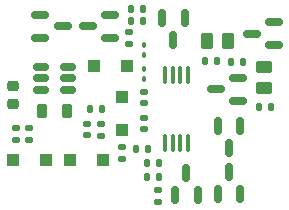
<source format=gtp>
%TF.GenerationSoftware,KiCad,Pcbnew,6.0.4-6f826c9f35~116~ubuntu20.04.1*%
%TF.CreationDate,2022-03-30T22:07:09-04:00*%
%TF.ProjectId,v0.1_TACS_board,76302e31-5f54-4414-9353-5f626f617264,rev?*%
%TF.SameCoordinates,Original*%
%TF.FileFunction,Paste,Top*%
%TF.FilePolarity,Positive*%
%FSLAX46Y46*%
G04 Gerber Fmt 4.6, Leading zero omitted, Abs format (unit mm)*
G04 Created by KiCad (PCBNEW 6.0.4-6f826c9f35~116~ubuntu20.04.1) date 2022-03-30 22:07:09*
%MOMM*%
%LPD*%
G01*
G04 APERTURE LIST*
G04 Aperture macros list*
%AMRoundRect*
0 Rectangle with rounded corners*
0 $1 Rounding radius*
0 $2 $3 $4 $5 $6 $7 $8 $9 X,Y pos of 4 corners*
0 Add a 4 corners polygon primitive as box body*
4,1,4,$2,$3,$4,$5,$6,$7,$8,$9,$2,$3,0*
0 Add four circle primitives for the rounded corners*
1,1,$1+$1,$2,$3*
1,1,$1+$1,$4,$5*
1,1,$1+$1,$6,$7*
1,1,$1+$1,$8,$9*
0 Add four rect primitives between the rounded corners*
20,1,$1+$1,$2,$3,$4,$5,0*
20,1,$1+$1,$4,$5,$6,$7,0*
20,1,$1+$1,$6,$7,$8,$9,0*
20,1,$1+$1,$8,$9,$2,$3,0*%
G04 Aperture macros list end*
%ADD10RoundRect,0.150000X0.587500X0.150000X-0.587500X0.150000X-0.587500X-0.150000X0.587500X-0.150000X0*%
%ADD11RoundRect,0.090000X-0.090000X0.139000X-0.090000X-0.139000X0.090000X-0.139000X0.090000X0.139000X0*%
%ADD12RoundRect,0.090000X0.090000X-0.139000X0.090000X0.139000X-0.090000X0.139000X-0.090000X-0.139000X0*%
%ADD13RoundRect,0.250000X0.262500X0.450000X-0.262500X0.450000X-0.262500X-0.450000X0.262500X-0.450000X0*%
%ADD14RoundRect,0.135000X-0.135000X-0.185000X0.135000X-0.185000X0.135000X0.185000X-0.135000X0.185000X0*%
%ADD15RoundRect,0.135000X-0.185000X0.135000X-0.185000X-0.135000X0.185000X-0.135000X0.185000X0.135000X0*%
%ADD16R,1.100000X1.100000*%
%ADD17RoundRect,0.150000X0.150000X-0.587500X0.150000X0.587500X-0.150000X0.587500X-0.150000X-0.587500X0*%
%ADD18RoundRect,0.218750X-0.218750X-0.381250X0.218750X-0.381250X0.218750X0.381250X-0.218750X0.381250X0*%
%ADD19RoundRect,0.140000X-0.170000X0.140000X-0.170000X-0.140000X0.170000X-0.140000X0.170000X0.140000X0*%
%ADD20RoundRect,0.250000X-0.450000X0.262500X-0.450000X-0.262500X0.450000X-0.262500X0.450000X0.262500X0*%
%ADD21RoundRect,0.140000X-0.140000X-0.170000X0.140000X-0.170000X0.140000X0.170000X-0.140000X0.170000X0*%
%ADD22RoundRect,0.150000X-0.587500X-0.150000X0.587500X-0.150000X0.587500X0.150000X-0.587500X0.150000X0*%
%ADD23RoundRect,0.135000X0.135000X0.185000X-0.135000X0.185000X-0.135000X-0.185000X0.135000X-0.185000X0*%
%ADD24RoundRect,0.135000X0.185000X-0.135000X0.185000X0.135000X-0.185000X0.135000X-0.185000X-0.135000X0*%
%ADD25RoundRect,0.100000X0.100000X-0.637500X0.100000X0.637500X-0.100000X0.637500X-0.100000X-0.637500X0*%
%ADD26RoundRect,0.150000X-0.150000X0.587500X-0.150000X-0.587500X0.150000X-0.587500X0.150000X0.587500X0*%
%ADD27RoundRect,0.225000X-0.250000X0.225000X-0.250000X-0.225000X0.250000X-0.225000X0.250000X0.225000X0*%
%ADD28RoundRect,0.150000X0.512500X0.150000X-0.512500X0.150000X-0.512500X-0.150000X0.512500X-0.150000X0*%
G04 APERTURE END LIST*
D10*
%TO.C,Q8*%
X67425000Y-37000000D03*
X69300000Y-36050000D03*
X69300000Y-37950000D03*
%TD*%
D11*
%TO.C,R16*%
X72200000Y-40567500D03*
X72200000Y-41432500D03*
%TD*%
D12*
%TO.C,R15*%
X72200000Y-39432500D03*
X72200000Y-38567500D03*
%TD*%
D13*
%TO.C,R12*%
X79312500Y-38200000D03*
X77487500Y-38200000D03*
%TD*%
D14*
%TO.C,R7*%
X81890000Y-43800000D03*
X82910000Y-43800000D03*
%TD*%
%TO.C,R3*%
X72440000Y-48537500D03*
X73460000Y-48537500D03*
%TD*%
D15*
%TO.C,R10*%
X73350000Y-50827500D03*
X73350000Y-51847500D03*
%TD*%
D16*
%TO.C,D3*%
X67900000Y-40350000D03*
X70700000Y-40350000D03*
%TD*%
D17*
%TO.C,Q7*%
X78400000Y-51225000D03*
X80300000Y-51225000D03*
X79350000Y-49350000D03*
%TD*%
D10*
%TO.C,Q2*%
X80087500Y-43287500D03*
X80087500Y-41387500D03*
X78212500Y-42337500D03*
%TD*%
D17*
%TO.C,Q3*%
X74800000Y-51275000D03*
X76700000Y-51275000D03*
X75750000Y-49400000D03*
%TD*%
D18*
%TO.C,L1*%
X65662500Y-44200000D03*
X63537500Y-44200000D03*
%TD*%
D16*
%TO.C,D1*%
X61100000Y-48350000D03*
X63900000Y-48350000D03*
%TD*%
D19*
%TO.C,C6*%
X72200000Y-45680000D03*
X72200000Y-44720000D03*
%TD*%
D20*
%TO.C,R5*%
X82350000Y-40425000D03*
X82350000Y-42250000D03*
%TD*%
D19*
%TO.C,C1*%
X61300000Y-45620000D03*
X61300000Y-46580000D03*
%TD*%
%TO.C,C3*%
X67300000Y-46230000D03*
X67300000Y-45270000D03*
%TD*%
%TO.C,C2*%
X62400000Y-46600000D03*
X62400000Y-45640000D03*
%TD*%
D21*
%TO.C,C4*%
X67620000Y-43950000D03*
X68580000Y-43950000D03*
%TD*%
D10*
%TO.C,Q1*%
X83137500Y-38550000D03*
X83137500Y-36650000D03*
X81262500Y-37600000D03*
%TD*%
D22*
%TO.C,Q6*%
X63387500Y-36050000D03*
X63387500Y-37950000D03*
X65262500Y-37000000D03*
%TD*%
D23*
%TO.C,R2*%
X72460000Y-47337500D03*
X71440000Y-47337500D03*
%TD*%
%TO.C,R1*%
X72110000Y-35500000D03*
X71090000Y-35500000D03*
%TD*%
D24*
%TO.C,R14*%
X70300000Y-48260000D03*
X70300000Y-47240000D03*
%TD*%
D14*
%TO.C,R8*%
X73460000Y-49737500D03*
X72440000Y-49737500D03*
%TD*%
D25*
%TO.C,U1*%
X73945000Y-41115000D03*
X74595000Y-41115000D03*
X75245000Y-41115000D03*
X75895000Y-41115000D03*
X75895000Y-46840000D03*
X75245000Y-46840000D03*
X74595000Y-46840000D03*
X73945000Y-46840000D03*
%TD*%
D24*
%TO.C,R9*%
X70900000Y-38510000D03*
X70900000Y-37490000D03*
%TD*%
D19*
%TO.C,C7*%
X72200000Y-42520000D03*
X72200000Y-43480000D03*
%TD*%
D26*
%TO.C,Q5*%
X80300000Y-45400000D03*
X78400000Y-45400000D03*
X79350000Y-47275000D03*
%TD*%
D16*
%TO.C,D4*%
X68700000Y-48350000D03*
X65900000Y-48350000D03*
%TD*%
D27*
%TO.C,C5*%
X61100000Y-43575000D03*
X61100000Y-42025000D03*
%TD*%
D26*
%TO.C,Q4*%
X75600000Y-36262500D03*
X73700000Y-36262500D03*
X74650000Y-38137500D03*
%TD*%
D15*
%TO.C,R13*%
X68500000Y-46260000D03*
X68500000Y-45240000D03*
%TD*%
D16*
%TO.C,D2*%
X70300000Y-42950000D03*
X70300000Y-45750000D03*
%TD*%
D14*
%TO.C,R4*%
X72110000Y-36500000D03*
X71090000Y-36500000D03*
%TD*%
D28*
%TO.C,U3*%
X63462500Y-42350000D03*
X63462500Y-41400000D03*
X63462500Y-40450000D03*
X65737500Y-40450000D03*
X65737500Y-41400000D03*
X65737500Y-42350000D03*
%TD*%
D23*
%TO.C,R6*%
X80510000Y-40000000D03*
X79490000Y-40000000D03*
%TD*%
%TO.C,R11*%
X78310000Y-39900000D03*
X77290000Y-39900000D03*
%TD*%
M02*

</source>
